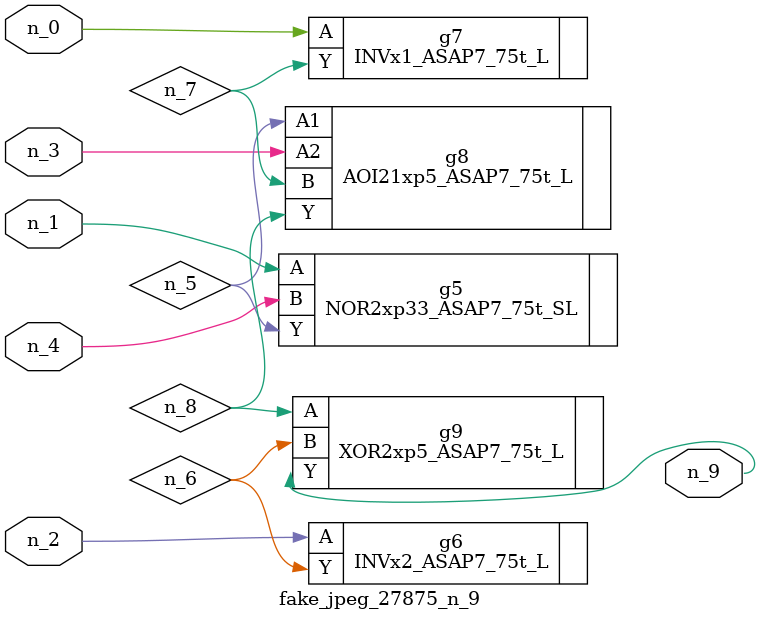
<source format=v>
module fake_jpeg_27875_n_9 (n_3, n_2, n_1, n_0, n_4, n_9);

input n_3;
input n_2;
input n_1;
input n_0;
input n_4;

output n_9;

wire n_8;
wire n_6;
wire n_5;
wire n_7;

NOR2xp33_ASAP7_75t_SL g5 ( 
.A(n_1),
.B(n_4),
.Y(n_5)
);

INVx2_ASAP7_75t_L g6 ( 
.A(n_2),
.Y(n_6)
);

INVx1_ASAP7_75t_L g7 ( 
.A(n_0),
.Y(n_7)
);

AOI21xp5_ASAP7_75t_L g8 ( 
.A1(n_5),
.A2(n_3),
.B(n_7),
.Y(n_8)
);

XOR2xp5_ASAP7_75t_L g9 ( 
.A(n_8),
.B(n_6),
.Y(n_9)
);


endmodule
</source>
